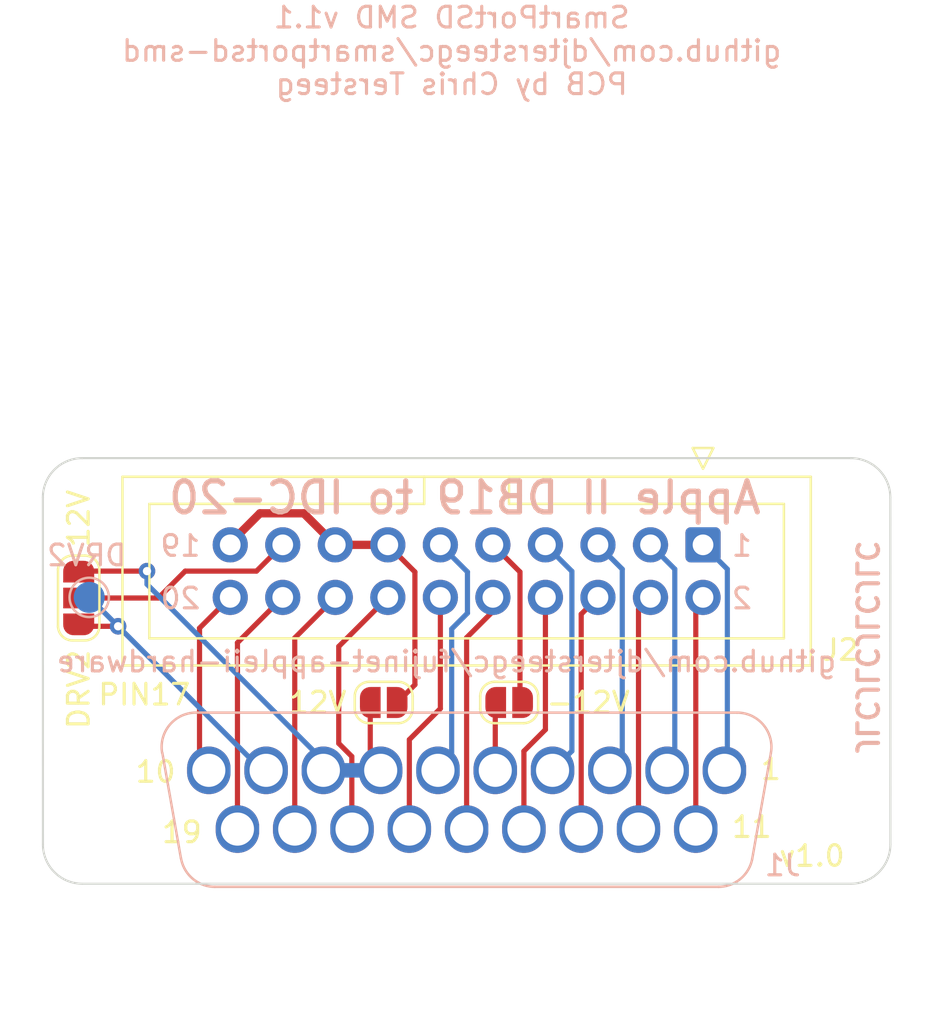
<source format=kicad_pcb>
(kicad_pcb (version 20221018) (generator pcbnew)
  (title_block (title "SmartPortSD SMD") (date "2023-12-07") (rev "1.1") (company "Chris Tersteeg"))
  (layers (0 "F.Cu" signal) (31 "B.Cu" signal) (34 "B.Paste" user) (35 "F.Paste" user) (36 "B.SilkS" user "B.Silkscreen") (37 "F.SilkS" user "F.Silkscreen") (38 "B.Mask" user) (39 "F.Mask" user) (44 "Edge.Cuts" user))
  (net 0 "")
  (net 1 "/A2_5V")
  (net 2 "/A2_WPROT")
  (net 3 "/A2_PH0")
  (net 4 "/A2_PH1")
  (net 5 "/A2_PH2")
  (net 6 "/A2_PH3")
  (net 7 "/A2_RD_DATA")
  (net 8 "/A2_WR_DATA")
  (net 9 "/A2_EN3.5")
  (net 10 "Net-(J2-Pin_9)")
  (net 11 "/A2_WREQ")
  (net 12 "/A2_HDSEL")
  (net 13 "/IDC20_12V")
  (net 14 "/A2_DRIVE1")
  (net 15 "/IDC_PIN17")
  (net 16 "Net-(JP1-A)")
  (net 17 "/DB19_12V")
  (net 18 "/DB19_DRIVE2")
  (net 19 "/GND1")
  (net 20 "/GND2")
  (net 21 "/GND3")
  (footprint "Jumper:SolderJumper-3_P1.3mm_Open_RoundedPad1.0x1.5mm_NumberLabels" (layer "F.Cu") (at 136.017 118.521 -90)
    (fp_text reference "JP4" hide)
    (fp_text value "PIN17" (at 4.669 -3.175) (layer "F.SilkS"))
    (fp_text user "12V" (at -3.84 0 90) (layer "F.SilkS"))
    (fp_text user "DRV2" (at 4.415 0 90) (layer "F.SilkS"))
    (fp_line (start -2.05 0.3) (end -2.05 -0.3) (stroke (width 0.12)) (layer "F.SilkS"))
    (fp_line (start -1.4 -1) (end 1.4 -1) (stroke (width 0.12)) (layer "F.SilkS"))
    (fp_line (start 1.4 1) (end -1.4 1) (stroke (width 0.12)) (layer "F.SilkS"))
    (fp_line (start 2.05 -0.3) (end 2.05 0.3) (stroke (width 0.12)) (layer "F.SilkS"))
    (fp_arc (start -2.05 -0.3) (mid -1.844975 -0.794975) (end -1.35 -1) (stroke (width 0.12)) (layer "F.SilkS"))
    (fp_arc (start -1.35 1) (mid -1.844975 0.794975) (end -2.05 0.3) (stroke (width 0.12)) (layer "F.SilkS"))
    (fp_arc (start 1.35 -1) (mid 1.844975 -0.794975) (end 2.05 -0.3) (stroke (width 0.12)) (layer "F.SilkS"))
    (fp_arc (start 2.05 0.3) (mid 1.844975 0.794975) (end 1.35 1) (stroke (width 0.12)) (layer "F.SilkS"))
    (pad "1" smd custom (at -1.3 0 270) (size 1 0.5) (layers "F.Cu" "F.Mask") (net 17 "/DB19_12V") (options (clearance outline) (anchor rect)) (primitives (gr_circle (center 0 0.25) (end 0.5 0.25) (width 0) (fill yes)) (gr_circle (center 0 -0.25) (end 0.5 -0.25) (width 0) (fill yes)) (gr_poly (pts (xy 0.55 0.75) (xy 0 0.75) (xy 0 -0.75) (xy 0.55 -0.75)) (width 0) (fill yes))))
    (pad "2" smd rect (at 0 0 270) (size 1 1.5) (layers "F.Cu" "F.Mask") (net 15 "/IDC_PIN17"))
    (pad "3" smd custom (at 1.3 0 270) (size 1 0.5) (layers "F.Cu" "F.Mask") (net 18 "/DB19_DRIVE2") (options (clearance outline) (anchor rect)) (primitives (gr_circle (center 0 0.25) (end 0.5 0.25) (width 0) (fill yes)) (gr_circle (center 0 -0.25) (end 0.5 -0.25) (width 0) (fill yes)) (gr_poly (pts (xy 0 0.75) (xy -0.55 0.75) (xy -0.55 -0.75) (xy 0 -0.75)) (width 0) (fill yes))))
  )
  (footprint "Jumper:SolderJumper-2_P1.3mm_Open_RoundedPad1.0x1.5mm" (layer "F.Cu") (at 150.764 123.571)
    (fp_text reference "JP2" hide)
    (fp_text value "12V" (at -3.19 0) (layer "F.SilkS"))
    (fp_line (start -1.4 0.3) (end -1.4 -0.3) (stroke (width 0.12)) (layer "F.SilkS"))
    (fp_line (start -0.7 -1) (end 0.7 -1) (stroke (width 0.12)) (layer "F.SilkS"))
    (fp_line (start 0.7 1) (end -0.7 1) (stroke (width 0.12)) (layer "F.SilkS"))
    (fp_line (start 1.4 -0.3) (end 1.4 0.3) (stroke (width 0.12)) (layer "F.SilkS"))
    (fp_arc (start -1.4 -0.3) (mid -1.194975 -0.794975) (end -0.7 -1) (stroke (width 0.12)) (layer "F.SilkS"))
    (fp_arc (start -0.7 1) (mid -1.194975 0.794975) (end -1.4 0.3) (stroke (width 0.12)) (layer "F.SilkS"))
    (fp_arc (start 0.7 -1) (mid 1.194975 -0.794975) (end 1.4 -0.3) (stroke (width 0.12)) (layer "F.SilkS"))
    (fp_arc (start 1.4 0.3) (mid 1.194975 0.794975) (end 0.7 1) (stroke (width 0.12)) (layer "F.SilkS"))
    (pad "1" smd custom (at -0.65 0) (size 1 0.5) (layers "F.Cu" "F.Mask") (net 17 "/DB19_12V") (options (clearance outline) (anchor rect)) (primitives (gr_circle (center 0 0.25) (end 0.5 0.25) (width 0) (fill yes)) (gr_circle (center 0 -0.25) (end 0.5 -0.25) (width 0) (fill yes)) (gr_poly (pts (xy 0.5 0.75) (xy 0 0.75) (xy 0 -0.75) (xy 0.5 -0.75)) (width 0) (fill yes))))
    (pad "2" smd custom (at 0.65 0) (size 1 0.5) (layers "F.Cu" "F.Mask") (net 13 "/IDC20_12V") (options (clearance outline) (anchor rect)) (primitives (gr_circle (center 0 0.25) (end 0.5 0.25) (width 0) (fill yes)) (gr_circle (center 0 -0.25) (end 0.5 -0.25) (width 0) (fill yes)) (gr_poly (pts (xy 0 0.75) (xy -0.5 0.75) (xy -0.5 -0.75) (xy 0 -0.75)) (width 0) (fill yes))))
  )
  (footprint "Connector_IDC:IDC-Header_2x10_P2.54mm_Vertical" (layer "F.Cu") (at 166.203 115.951 -90)
    (fp_text reference "J2" (at 5.08 -6.644 -180) (layer "F.SilkS"))
    (fp_text value "IDC-20")
    (fp_line (start -4.68 -0.5) (end -4.68 0.5) (stroke (width 0.12)) (layer "F.SilkS"))
    (fp_line (start -4.68 0.5) (end -3.68 0) (stroke (width 0.12)) (layer "F.SilkS"))
    (fp_line (start -3.68 0) (end -4.68 -0.5) (stroke (width 0.12)) (layer "F.SilkS"))
    (fp_line (start -3.29 -5.21) (end 5.83 -5.21) (stroke (width 0.12)) (layer "F.SilkS"))
    (fp_line (start -3.29 9.38) (end -1.98 9.38) (stroke (width 0.12)) (layer "F.SilkS"))
    (fp_line (start -3.29 28.07) (end -3.29 -5.21) (stroke (width 0.12)) (layer "F.SilkS"))
    (fp_line (start -1.98 -3.91) (end 4.52 -3.91) (stroke (width 0.12)) (layer "F.SilkS"))
    (fp_line (start -1.98 9.38) (end -1.98 -3.91) (stroke (width 0.12)) (layer "F.SilkS"))
    (fp_line (start -1.98 13.48) (end -3.29 13.48) (stroke (width 0.12)) (layer "F.SilkS"))
    (fp_line (start -1.98 13.48) (end -1.98 13.48) (stroke (width 0.12)) (layer "F.SilkS"))
    (fp_line (start -1.98 26.77) (end -1.98 13.48) (stroke (width 0.12)) (layer "F.SilkS"))
    (fp_line (start 4.52 -3.91) (end 4.52 26.77) (stroke (width 0.12)) (layer "F.SilkS"))
    (fp_line (start 4.52 26.77) (end -1.98 26.77) (stroke (width 0.12)) (layer "F.SilkS"))
    (fp_line (start 5.83 -5.21) (end 5.83 28.07) (stroke (width 0.12)) (layer "F.SilkS"))
    (fp_line (start 5.83 28.07) (end -3.29 28.07) (stroke (width 0.12)) (layer "F.SilkS"))
    (pad "1" thru_hole roundrect (at 0 0 270) (size 1.7 1.7) (drill 1) (layers "*.Cu" "*.Mask") (roundrect_rratio 0.1470588235) (net 19 "/GND1"))
    (pad "2" thru_hole circle (at 2.54 0 270) (size 1.7 1.7) (drill 1) (layers "*.Cu" "*.Mask") (net 3 "/A2_PH0"))
    (pad "3" thru_hole circle (at 0 2.54 270) (size 1.7 1.7) (drill 1) (layers "*.Cu" "*.Mask") (net 20 "/GND2"))
    (pad "4" thru_hole circle (at 2.54 2.54 270) (size 1.7 1.7) (drill 1) (layers "*.Cu" "*.Mask") (net 4 "/A2_PH1"))
    (pad "5" thru_hole circle (at 0 5.08 270) (size 1.7 1.7) (drill 1) (layers "*.Cu" "*.Mask") (net 21 "/GND3"))
    (pad "6" thru_hole circle (at 2.54 5.08 270) (size 1.7 1.7) (drill 1) (layers "*.Cu" "*.Mask") (net 5 "/A2_PH2"))
    (pad "7" thru_hole circle (at 0 7.62 270) (size 1.7 1.7) (drill 1) (layers "*.Cu" "*.Mask") (net 9 "/A2_EN3.5"))
    (pad "8" thru_hole circle (at 2.54 7.62 270) (size 1.7 1.7) (drill 1) (layers "*.Cu" "*.Mask") (net 6 "/A2_PH3"))
    (pad "9" thru_hole circle (at 0 10.16 270) (size 1.7 1.7) (drill 1) (layers "*.Cu" "*.Mask") (net 10 "Net-(J2-Pin_9)"))
    (pad "10" thru_hole circle (at 2.54 10.16 270) (size 1.7 1.7) (drill 1) (layers "*.Cu" "*.Mask") (net 11 "/A2_WREQ"))
    (pad "11" thru_hole circle (at 0 12.7 270) (size 1.7 1.7) (drill 1) (layers "*.Cu" "*.Mask") (net 1 "/A2_5V"))
    (pad "12" thru_hole circle (at 2.54 12.7 270) (size 1.7 1.7) (drill 1) (layers "*.Cu" "*.Mask") (net 12 "/A2_HDSEL"))
    (pad "13" thru_hole circle (at 0 15.24 270) (size 1.7 1.7) (drill 1) (layers "*.Cu" "*.Mask") (net 13 "/IDC20_12V"))
    (pad "14" thru_hole circle (at 2.54 15.24 270) (size 1.7 1.7) (drill 1) (layers "*.Cu" "*.Mask") (net 14 "/A2_DRIVE1"))
    (pad "15" thru_hole circle (at 0 17.78 270) (size 1.7 1.7) (drill 1) (layers "*.Cu" "*.Mask") (net 13 "/IDC20_12V"))
    (pad "16" thru_hole circle (at 2.54 17.78 270) (size 1.7 1.7) (drill 1) (layers "*.Cu" "*.Mask") (net 7 "/A2_RD_DATA"))
    (pad "17" thru_hole circle (at 0 20.32 270) (size 1.7 1.7) (drill 1) (layers "*.Cu" "*.Mask") (net 15 "/IDC_PIN17"))
    (pad "18" thru_hole circle (at 2.54 20.32 270) (size 1.7 1.7) (drill 1) (layers "*.Cu" "*.Mask") (net 8 "/A2_WR_DATA"))
    (pad "19" thru_hole circle (at 0 22.86 270) (size 1.7 1.7) (drill 1) (layers "*.Cu" "*.Mask") (net 13 "/IDC20_12V"))
    (pad "20" thru_hole circle (at 2.54 22.86 270) (size 1.7 1.7) (drill 1) (layers "*.Cu" "*.Mask") (net 2 "/A2_WPROT"))
  )
  (footprint "Jumper:SolderJumper-2_P1.3mm_Open_RoundedPad1.0x1.5mm" (layer "F.Cu") (at 156.83 123.571)
    (fp_text reference "JP1" hide)
    (fp_text value "-12V" (at 3.825 0) (layer "F.SilkS"))
    (fp_line (start -1.4 0.3) (end -1.4 -0.3) (stroke (width 0.12)) (layer "F.SilkS"))
    (fp_line (start -0.7 -1) (end 0.7 -1) (stroke (width 0.12)) (layer "F.SilkS"))
    (fp_line (start 0.7 1) (end -0.7 1) (stroke (width 0.12)) (layer "F.SilkS"))
    (fp_line (start 1.4 -0.3) (end 1.4 0.3) (stroke (width 0.12)) (layer "F.SilkS"))
    (fp_arc (start -1.4 -0.3) (mid -1.194975 -0.794975) (end -0.7 -1) (stroke (width 0.12)) (layer "F.SilkS"))
    (fp_arc (start -0.7 1) (mid -1.194975 0.794975) (end -1.4 0.3) (stroke (width 0.12)) (layer "F.SilkS"))
    (fp_arc (start 0.7 -1) (mid 1.194975 -0.794975) (end 1.4 -0.3) (stroke (width 0.12)) (layer "F.SilkS"))
    (fp_arc (start 1.4 0.3) (mid 1.194975 0.794975) (end 0.7 1) (stroke (width 0.12)) (layer "F.SilkS"))
    (pad "1" smd custom (at -0.65 0) (size 1 0.5) (layers "F.Cu" "F.Mask") (net 16 "Net-(JP1-A)") (options (clearance outline) (anchor rect)) (primitives (gr_circle (center 0 0.25) (end 0.5 0.25) (width 0) (fill yes)) (gr_circle (center 0 -0.25) (end 0.5 -0.25) (width 0) (fill yes)) (gr_poly (pts (xy 0.5 0.75) (xy 0 0.75) (xy 0 -0.75) (xy 0.5 -0.75)) (width 0) (fill yes))))
    (pad "2" smd custom (at 0.65 0) (size 1 0.5) (layers "F.Cu" "F.Mask") (net 10 "Net-(J2-Pin_9)") (options (clearance outline) (anchor rect)) (primitives (gr_circle (center 0 0.25) (end 0.5 0.25) (width 0) (fill yes)) (gr_circle (center 0 -0.25) (end 0.5 -0.25) (width 0) (fill yes)) (gr_poly (pts (xy 0 0.75) (xy -0.5 0.75) (xy -0.5 -0.75) (xy 0 -0.75)) (width 0) (fill yes))))
  )
  (footprint "Tersteeg:DSUB-19_Male_Vertical_P2.77x2.84mm_Narrow_MountingHoles_Full_Pins" (layer "B.Cu") (at 167.238 126.85 180)
    (fp_text reference "J1" (at -2.815 -4.595) (layer "B.SilkS") (effects (justify mirror)))
    (fp_text value "DB19_Plug")
    (fp_line (start -2.24647 0.841744) (end -1.347202 -4.258256) (stroke (width 0.12)) (layer "B.SilkS"))
    (fp_line (start -0.611689 2.79) (end 25.550735 2.79) (stroke (width 0.12)) (layer "B.SilkS"))
    (fp_line (start 0.287579 -5.63) (end 24.637778 -5.63) (stroke (width 0.12)) (layer "B.SilkS"))
    (fp_line (start 27.17647 0.841744) (end 26.277202 -4.258256) (stroke (width 0.12)) (layer "B.SilkS"))
    (fp_arc (start -1.347202 -4.258256) (mid -0.779449 -5.241634) (end 0.287579 -5.63) (stroke (width 0.12)) (layer "B.SilkS"))
    (fp_arc (start -0.611689 2.79) (mid -1.883323 2.197028) (end -2.24647 0.841744) (stroke (width 0.12)) (layer "B.SilkS"))
    (fp_arc (start 24.637778 -5.63) (mid 25.704798 -5.241626) (end 26.272559 -4.258256) (stroke (width 0.12)) (layer "B.SilkS"))
    (fp_arc (start 27.185516 0.841744) (mid 26.822413 2.19708) (end 25.550735 2.79) (stroke (width 0.12)) (layer "B.SilkS"))
    (pad "" np_thru_hole circle (at -6.13 -1.42 180) (size 2.7 2.7) (drill 2.7) (layers "F&B.Cu" "*.Mask"))
    (pad "" np_thru_hole circle (at 31.06 -1.42 180) (size 2.7 2.7) (drill 2.7) (layers "F&B.Cu" "*.Mask"))
    (pad "1" thru_hole oval (at 0 0 180) (size 2.1 2.3) (drill 1.6) (layers "*.Cu" "*.Mask") (net 19 "/GND1"))
    (pad "2" thru_hole oval (at 2.77 0 180) (size 2.1 2.3) (drill 1.6) (layers "*.Cu" "*.Mask") (net 20 "/GND2"))
    (pad "3" thru_hole oval (at 5.54 0 180) (size 2.1 2.3) (drill 1.6) (layers "*.Cu" "*.Mask") (net 21 "/GND3"))
    (pad "4" thru_hole oval (at 8.31 0 180) (size 2.1 2.3) (drill 1.6) (layers "*.Cu" "*.Mask") (net 9 "/A2_EN3.5"))
    (pad "5" thru_hole oval (at 11.08 0 180) (size 2.1 2.3) (drill 1.6) (layers "*.Cu" "*.Mask") (net 16 "Net-(JP1-A)"))
    (pad "6" thru_hole oval (at 13.85 0 180) (size 2.1 2.3) (drill 1.6) (layers "*.Cu" "*.Mask") (net 1 "/A2_5V"))
    (pad "7" thru_hole oval (at 16.62 0 180) (size 2.1 2.3) (drill 1.6) (layers "*.Cu" "*.Mask") (net 17 "/DB19_12V"))
    (pad "8" thru_hole oval (at 19.39 0 180) (size 2.1 2.3) (drill 1.6) (layers "*.Cu" "*.Mask") (net 17 "/DB19_12V"))
    (pad "9" thru_hole oval (at 22.16 0 180) (size 2.1 2.3) (drill 1.6) (layers "*.Cu" "*.Mask") (net 18 "/DB19_DRIVE2"))
    (pad "10" thru_hole oval (at 24.93 0 180) (size 2.1 2.3) (drill 1.6) (layers "*.Cu" "*.Mask") (net 2 "/A2_WPROT"))
    (pad "11" thru_hole oval (at 1.385 -2.84 180) (size 2.1 2.3) (drill 1.6) (layers "*.Cu" "*.Mask") (net 3 "/A2_PH0"))
    (pad "12" thru_hole oval (at 4.155 -2.84 180) (size 2.1 2.3) (drill 1.6) (layers "*.Cu" "*.Mask") (net 4 "/A2_PH1"))
    (pad "13" thru_hole oval (at 6.925 -2.84 180) (size 2.1 2.3) (drill 1.6) (layers "*.Cu" "*.Mask") (net 5 "/A2_PH2"))
    (pad "14" thru_hole oval (at 9.695 -2.84 180) (size 2.1 2.3) (drill 1.6) (layers "*.Cu" "*.Mask") (net 6 "/A2_PH3"))
    (pad "15" thru_hole oval (at 12.465 -2.84 180) (size 2.1 2.3) (drill 1.6) (layers "*.Cu" "*.Mask") (net 11 "/A2_WREQ"))
    (pad "16" thru_hole oval (at 15.235 -2.84 180) (size 2.1 2.3) (drill 1.6) (layers "*.Cu" "*.Mask") (net 12 "/A2_HDSEL"))
    (pad "17" thru_hole oval (at 18.005 -2.84 180) (size 2.1 2.3) (drill 1.6) (layers "*.Cu" "*.Mask") (net 14 "/A2_DRIVE1"))
    (pad "18" thru_hole oval (at 20.775 -2.84 180) (size 2.1 2.3) (drill 1.6) (layers "*.Cu" "*.Mask") (net 7 "/A2_RD_DATA"))
    (pad "19" thru_hole oval (at 23.545 -2.84 180) (size 2.1 2.3) (drill 1.6) (layers "*.Cu" "*.Mask") (net 8 "/A2_WR_DATA"))
  )
  (footprint "TestPoint:TestPoint_Pad_D1.5mm" (layer "B.Cu") (at 136.525 118.491 180)
    (fp_text reference "TP1" hide)
    (fp_text value "DRV2" (at 0.127 2.032) (layer "B.SilkS") (effects (justify mirror)))
    (fp_circle (center 0 0) (end 0 -0.95) (stroke (width 0.12)) (fill none) (layer "B.SilkS"))
    (pad "1" smd circle (at 0 0 180) (size 1.5 1.5) (layers "B.Cu" "B.Mask") (net 18 "/DB19_DRIVE2"))
  )
  (gr_arc (start 136.191139 132.330395) (mid 134.844101 131.772433) (end 134.286139 130.425395) (stroke (width 0.1)) (layer "Edge.Cuts"))
  (gr_line (start 173.355 111.76) (end 136.188387 111.76) (stroke (width 0.1)) (layer "Edge.Cuts"))
  (gr_line (start 134.283387 113.665) (end 134.286139 130.425395) (stroke (width 0.1)) (layer "Edge.Cuts"))
  (gr_arc (start 175.263091 130.425395) (mid 174.705129 131.772433) (end 173.358091 132.330395) (stroke (width 0.1)) (layer "Edge.Cuts"))
  (gr_arc (start 134.283387 113.665) (mid 134.841349 112.317962) (end 136.188387 111.76) (stroke (width 0.1)) (layer "Edge.Cuts"))
  (gr_line (start 175.263091 130.425395) (end 175.26 113.665) (stroke (width 0.1)) (layer "Edge.Cuts"))
  (gr_line locked (start 136.191139 132.330395) (end 173.358091 132.330395) (stroke (width 0.1)) (layer "Edge.Cuts"))
  (gr_arc (start 173.355 111.76) (mid 174.702038 112.317962) (end 175.26 113.665) (stroke (width 0.1)) (layer "Edge.Cuts"))
  (gr_text "SmartPortSD SMD v1.1\ngithub.com/djtersteegc/smartportsd-smd\nPCB by Chris Tersteeg" (at 154.051 92.075) (layer "B.SilkS") (effects (font (size 1 1)) (justify mirror)))
  (gr_text "2" (at 168.656 119.126) (layer "B.SilkS") (effects (font (size 1 1)) (justify left bottom mirror)))
  (gr_text "20" (at 141.986 119.126) (layer "B.SilkS") (effects (font (size 1 1)) (justify left bottom mirror)))
  (gr_text "Apple II DB19 to IDC-20" (at 154.686 114.554) (layer "B.SilkS") (effects (font (size 1.5 1.5) (thickness 0.25) bold) (justify bottom mirror)))
  (gr_text "JLCJLCJLCJLC" (at 174.117 120.904 -90) (layer "B.SilkS") (effects (font (size 1 1) (thickness 0.2)) (justify mirror)))
  (gr_text "19" (at 141.986 116.586) (layer "B.SilkS") (effects (font (size 1 1)) (justify left bottom mirror)))
  (gr_text "1" (at 168.656 116.586) (layer "B.SilkS") (effects (font (size 1 1)) (justify left bottom mirror)))
  (gr_text "github.com/djtersteegc/fujinet-appleii-hardware" (at 153.797 122.174) (layer "B.SilkS") (effects (font (size 1 1)) (justify bottom mirror)))
  (gr_text "1" (at 168.91 127.381) (layer "F.SilkS") (effects (font (size 1 1)) (justify left bottom)))
  (gr_text "19" (at 139.954 130.429) (layer "F.SilkS") (effects (font (size 1 1)) (justify left bottom)))
  (gr_text "10" (at 138.684 127.508) (layer "F.SilkS") (effects (font (size 1 1)) (justify left bottom)))
  (gr_text "11" (at 167.513 130.175) (layer "F.SilkS") (effects (font (size 1 1)) (justify left bottom)))
  (gr_text "v1.0" (at 169.799 131.572) (layer "F.SilkS") (effects (font (size 1 1)) (justify left bottom)))
  (segment (start 154.051 126.187) (end 154.051 120.015) (width 0.25) (layer "B.Cu") (net 1))
  (segment (start 154.051 120.015) (end 154.813 119.253) (width 0.25) (layer "B.Cu") (net 1))
  (segment (start 153.388 126.85) (end 154.051 126.187) (width 0.25) (layer "B.Cu") (net 1))
  (segment (start 154.813 117.261) (end 153.503 115.951) (width 0.25) (layer "B.Cu") (net 1))
  (segment (start 154.813 119.253) (end 154.813 117.261) (width 0.25) (layer "B.Cu") (net 1))
  (segment (start 141.859 119.975) (end 143.343 118.491) (width 0.25) (layer "F.Cu") (net 2))
  (segment (start 141.859 126.401) (end 141.859 119.975) (width 0.25) (layer "F.Cu") (net 2))
  (segment (start 142.308 126.85) (end 141.859 126.401) (width 0.25) (layer "F.Cu") (net 2))
  (segment (start 165.853 129.69) (end 165.853 118.841) (width 0.25) (layer "F.Cu") (net 3))
  (segment (start 165.853 118.841) (end 166.203 118.491) (width 0.25) (layer "F.Cu") (net 3))
  (segment (start 163.083 119.071) (end 163.663 118.491) (width 0.25) (layer "F.Cu") (net 4))
  (segment (start 163.083 129.69) (end 163.083 119.071) (width 0.25) (layer "F.Cu") (net 4))
  (segment (start 160.313 129.69) (end 160.313 119.301) (width 0.25) (layer "F.Cu") (net 5))
  (segment (start 160.313 119.301) (end 161.123 118.491) (width 0.25) (layer "F.Cu") (net 5))
  (segment (start 157.543 129.69) (end 157.543 125.921) (width 0.25) (layer "F.Cu") (net 6))
  (segment (start 157.543 125.921) (end 158.583 124.881) (width 0.25) (layer "F.Cu") (net 6))
  (segment (start 158.583 124.881) (end 158.583 118.491) (width 0.25) (layer "F.Cu") (net 6))
  (segment (start 146.463 129.69) (end 146.463 120.451) (width 0.25) (layer "F.Cu") (net 7))
  (segment (start 146.463 120.451) (end 148.423 118.491) (width 0.25) (layer "F.Cu") (net 7))
  (segment (start 143.693 120.681) (end 145.883 118.491) (width 0.25) (layer "F.Cu") (net 8))
  (segment (start 143.693 129.69) (end 143.693 120.681) (width 0.25) (layer "F.Cu") (net 8))
  (segment (start 158.928 126.85) (end 159.863 125.915) (width 0.25) (layer "B.Cu") (net 9))
  (segment (start 159.863 125.915) (end 159.863 117.231) (width 0.25) (layer "B.Cu") (net 9))
  (segment (start 159.863 117.231) (end 158.583 115.951) (width 0.25) (layer "B.Cu") (net 9))
  (segment (start 157.353 123.444) (end 157.353 117.261) (width 0.25) (layer "F.Cu") (net 10))
  (segment (start 157.48 123.571) (end 157.353 123.444) (width 0.25) (layer "F.Cu") (net 10))
  (segment (start 157.353 117.261) (end 156.043 115.951) (width 0.25) (layer "F.Cu") (net 10))
  (segment (start 154.773 129.69) (end 154.773 120.436) (width 0.25) (layer "F.Cu") (net 11))
  (segment (start 156.043 119.166) (end 156.043 118.491) (width 0.25) (layer "F.Cu") (net 11))
  (segment (start 154.773 120.436) (end 156.043 119.166) (width 0.25) (layer "F.Cu") (net 11))
  (segment (start 153.503 123.865) (end 153.503 118.491) (width 0.25) (layer "F.Cu") (net 12))
  (segment (start 152.003 125.365) (end 153.503 123.865) (width 0.25) (layer "F.Cu") (net 12))
  (segment (start 152.003 129.69) (end 152.003 125.365) (width 0.25) (layer "F.Cu") (net 12))
  (segment (start 146.899 114.427) (end 148.423 115.951) (width 0.4) (layer "F.Cu") (net 13))
  (segment (start 152.273 122.712) (end 152.273 117.261) (width 0.25) (layer "F.Cu") (net 13))
  (segment (start 143.343 115.864) (end 144.78 114.427) (width 0.4) (layer "F.Cu") (net 13))
  (segment (start 151.414 123.571) (end 152.273 122.712) (width 0.25) (layer "F.Cu") (net 13))
  (segment (start 148.423 115.951) (end 150.963 115.951) (width 0.4) (layer "F.Cu") (net 13))
  (segment (start 144.78 114.427) (end 146.899 114.427) (width 0.4) (layer "F.Cu") (net 13))
  (segment (start 152.273 117.261) (end 150.963 115.951) (width 0.25) (layer "F.Cu") (net 13))
  (segment (start 143.343 115.951) (end 143.343 115.864) (width 0.4) (layer "F.Cu") (net 13))
  (segment (start 149.233 129.69) (end 149.223 129.68) (width 0.25) (layer "F.Cu") (net 14))
  (segment (start 148.59 120.864) (end 150.963 118.491) (width 0.25) (layer "F.Cu") (net 14))
  (segment (start 148.59 125.547456) (end 148.59 120.864) (width 0.25) (layer "F.Cu") (net 14))
  (segment (start 149.223 126.180456) (end 148.59 125.547456) (width 0.25) (layer "F.Cu") (net 14))
  (segment (start 149.223 129.68) (end 149.223 126.180456) (width 0.25) (layer "F.Cu") (net 14))
  (segment (start 139.8675 118.521) (end 141.1675 117.221) (width 0.25) (layer "F.Cu") (net 15))
  (segment (start 141.1675 117.221) (end 144.613 117.221) (width 0.25) (layer "F.Cu") (net 15))
  (segment (start 144.613 117.221) (end 145.883 115.951) (width 0.25) (layer "F.Cu") (net 15))
  (segment (start 136.017 118.521) (end 139.8675 118.521) (width 0.25) (layer "F.Cu") (net 15))
  (segment (start 156.158 126.85) (end 156.158 123.593) (width 0.25) (layer "F.Cu") (net 16))
  (segment (start 156.158 123.593) (end 156.18 123.571) (width 0.25) (layer "F.Cu") (net 16))
  (segment (start 150.618 126.85) (end 150.114 126.346) (width 0.25) (layer "F.Cu") (net 17))
  (segment (start 150.114 126.346) (end 150.114 123.571) (width 0.25) (layer "F.Cu") (net 17))
  (segment (start 139.319 117.221) (end 136.017 117.221) (width 0.25) (layer "F.Cu") (net 17))
  (via (at 139.319 117.221) (size 0.8) (drill 0.4) (layers "F.Cu" "B.Cu") (net 17))
  (segment (start 139.319 117.221) (end 139.319 117.856) (width 0.25) (layer "B.Cu") (net 17))
  (segment (start 150.618 126.85) (end 147.848 126.85) (width 0.7) (layer "B.Cu") (net 17))
  (segment (start 139.319 117.856) (end 147.848 126.385) (width 0.25) (layer "B.Cu") (net 17))
  (segment (start 147.848 126.385) (end 147.848 126.85) (width 0.25) (layer "B.Cu") (net 17))
  (segment (start 136.084 119.888) (end 136.017 119.821) (width 0.25) (layer "F.Cu") (net 18))
  (segment (start 137.922 119.888) (end 136.084 119.888) (width 0.25) (layer "F.Cu") (net 18))
  (via (at 137.922 119.888) (size 0.8) (drill 0.4) (layers "F.Cu" "B.Cu") (net 18))
  (segment (start 144.884 126.85) (end 137.922 119.888) (width 0.25) (layer "B.Cu") (net 18))
  (segment (start 137.922 119.888) (end 136.525 118.491) (width 0.25) (layer "B.Cu") (net 18))
  (segment (start 145.078 126.85) (end 144.884 126.85) (width 0.25) (layer "B.Cu") (net 18))
  (segment (start 167.378 126.71) (end 167.378 117.126) (width 0.25) (layer "B.Cu") (net 19))
  (segment (start 167.238 126.85) (end 167.378 126.71) (width 0.25) (layer "B.Cu") (net 19))
  (segment (start 167.378 117.126) (end 166.203 115.951) (width 0.25) (layer "B.Cu") (net 19))
  (segment (start 164.468 126.85) (end 164.838 126.48) (width 0.25) (layer "B.Cu") (net 20))
  (segment (start 164.838 117.126) (end 163.663 115.951) (width 0.25) (layer "B.Cu") (net 20))
  (segment (start 164.838 126.48) (end 164.838 117.126) (width 0.25) (layer "B.Cu") (net 20))
  (segment (start 161.698 126.85) (end 162.298 126.25) (width 0.25) (layer "B.Cu") (net 21))
  (segment (start 162.298 126.25) (end 162.298 117.126) (width 0.25) (layer "B.Cu") (net 21))
  (segment (start 162.298 117.126) (end 161.123 115.951) (width 0.25) (layer "B.Cu") (net 21))
)
</source>
